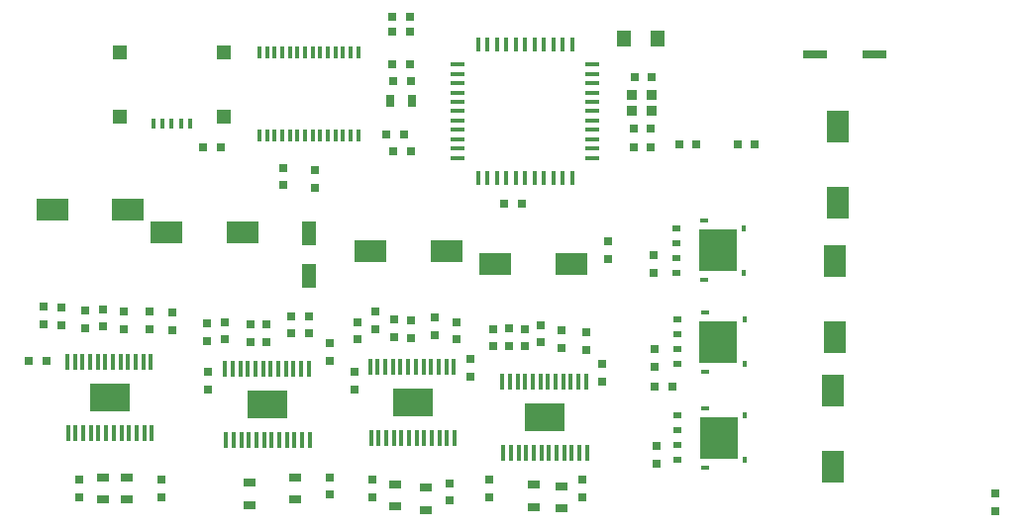
<source format=gbr>
G04 #@! TF.FileFunction,Paste,Top*
%FSLAX46Y46*%
G04 Gerber Fmt 4.6, Leading zero omitted, Abs format (unit mm)*
G04 Created by KiCad (PCBNEW (2015-08-20 BZR 6109)-product) date Wed 02 Sep 2015 09:03:58 PM PDT*
%MOMM*%
G01*
G04 APERTURE LIST*
%ADD10C,0.150000*%
%ADD11R,0.719328X0.800608*%
%ADD12R,0.800608X0.719328*%
%ADD13R,0.711200X1.117600*%
%ADD14R,1.920240X2.800096*%
%ADD15R,2.800096X1.920240*%
%ADD16R,1.278128X1.440688*%
%ADD17R,0.960000X0.880000*%
%ADD18R,1.200912X0.440944*%
%ADD19R,0.440944X1.200912*%
%ADD20R,1.280160X2.080768*%
%ADD21R,1.117600X0.711200*%
%ADD22R,2.032000X0.792480*%
%ADD23R,1.280160X1.280160*%
%ADD24R,0.400304X0.959104*%
%ADD25R,0.380000X0.600000*%
%ADD26R,0.724000X0.396000*%
%ADD27R,0.800000X0.600000*%
%ADD28R,3.244000X3.648000*%
%ADD29R,0.325120X1.016000*%
%ADD30R,0.360000X1.320000*%
%ADD31R,3.456000X2.400000*%
G04 APERTURE END LIST*
D10*
D11*
X140851840Y-73800000D03*
X139348160Y-73800000D03*
D12*
X137200000Y-83351840D03*
X137200000Y-81848160D03*
D11*
X118856760Y-68148200D03*
X120360440Y-68148200D03*
D12*
X104400000Y-88748160D03*
X104400000Y-90251840D03*
X170300000Y-104951840D03*
X170300000Y-103448160D03*
X111600000Y-89751840D03*
X111600000Y-88248160D03*
X122400000Y-88398160D03*
X122400000Y-89901840D03*
X127000000Y-103751840D03*
X127000000Y-102248160D03*
X135300000Y-91151840D03*
X135300000Y-89648160D03*
X128750000Y-89298160D03*
X128750000Y-90801840D03*
X109400000Y-77051840D03*
X109400000Y-75548160D03*
X117250000Y-87848160D03*
X117250000Y-89351840D03*
X90450000Y-87498160D03*
X90450000Y-89001840D03*
X99900000Y-89451840D03*
X99900000Y-87948160D03*
X125400000Y-93451840D03*
X125400000Y-91948160D03*
X95800000Y-87848160D03*
X95800000Y-89351840D03*
X112100000Y-77251840D03*
X112100000Y-75748160D03*
X98000000Y-89351840D03*
X98000000Y-87848160D03*
X124200000Y-90251840D03*
X124200000Y-88748160D03*
X92000000Y-103751840D03*
X92000000Y-102248160D03*
X117000000Y-103751840D03*
X117000000Y-102248160D03*
X136650000Y-92348160D03*
X136650000Y-93851840D03*
X113400000Y-90548160D03*
X113400000Y-92051840D03*
X133200000Y-89448160D03*
X133200000Y-90951840D03*
X110100000Y-88248160D03*
X110100000Y-89751840D03*
D11*
X104051840Y-73800000D03*
X102548160Y-73800000D03*
X129834640Y-78587600D03*
X128330960Y-78587600D03*
D13*
X118529100Y-69850000D03*
X120434100Y-69850000D03*
D11*
X144751840Y-73500000D03*
X143248160Y-73500000D03*
D12*
X141100000Y-83048160D03*
X141100000Y-84551840D03*
D11*
X140851840Y-72200000D03*
X139348160Y-72200000D03*
X139448160Y-67800000D03*
X140951840Y-67800000D03*
D14*
X156400000Y-94648800D03*
X156400000Y-101151200D03*
D15*
X127548800Y-83800000D03*
X134051200Y-83800000D03*
X123351200Y-82700000D03*
X116848800Y-82700000D03*
D14*
X156800000Y-72048800D03*
X156800000Y-78551200D03*
D15*
X99448800Y-81100000D03*
X105951200Y-81100000D03*
D16*
X141419860Y-64500000D03*
X138580140Y-64500000D03*
D17*
X140950000Y-69300000D03*
X139250000Y-69300000D03*
X140950000Y-70700000D03*
X139250000Y-70700000D03*
D18*
X124354520Y-72300200D03*
X124354520Y-73100300D03*
X124354520Y-74700500D03*
X124354520Y-73900400D03*
X124354520Y-69899900D03*
X124354520Y-71500100D03*
X124354520Y-70700000D03*
X124354520Y-68299700D03*
X124354520Y-69099800D03*
X124354520Y-67499600D03*
X124354520Y-66699500D03*
X135840400Y-66699500D03*
X135840400Y-67499600D03*
X135840400Y-69099800D03*
X135840400Y-68299700D03*
X135840400Y-70700000D03*
X135840400Y-71500100D03*
X135840400Y-69899900D03*
X135840400Y-73900400D03*
X135840400Y-74700500D03*
X135840400Y-73100300D03*
X135840400Y-72300200D03*
D19*
X134100500Y-76440400D03*
X133300400Y-76440400D03*
X131700200Y-76440400D03*
X132500300Y-76440400D03*
X130100000Y-76440400D03*
X129299900Y-76440400D03*
X130900100Y-76440400D03*
X126899600Y-76440400D03*
X126099500Y-76440400D03*
X127699700Y-76440400D03*
X128499800Y-76440400D03*
X128499800Y-64959600D03*
X127699700Y-64959600D03*
X126099500Y-64959600D03*
X126899600Y-64959600D03*
X130900100Y-64959600D03*
X129299900Y-64959600D03*
X130100000Y-64959600D03*
X132500300Y-64959600D03*
X131700200Y-64959600D03*
X133300400Y-64959600D03*
X134100500Y-64959600D03*
D20*
X111600000Y-81199140D03*
X111600000Y-84800860D03*
D11*
X149751840Y-73500000D03*
X148248160Y-73500000D03*
D12*
X141200000Y-91048160D03*
X141200000Y-92551840D03*
X141300000Y-99348160D03*
X141300000Y-100851840D03*
D11*
X120360440Y-74142600D03*
X118856760Y-74142600D03*
X120251840Y-66700000D03*
X118748160Y-66700000D03*
X120251840Y-63900000D03*
X118748160Y-63900000D03*
D21*
X110400000Y-102047500D03*
X110400000Y-103952500D03*
X106550000Y-102497500D03*
X106550000Y-104402500D03*
X133200000Y-102795000D03*
X133200000Y-104700000D03*
X130800000Y-102695000D03*
X130800000Y-104600000D03*
D12*
X106600000Y-88948160D03*
X106600000Y-90451840D03*
X131400000Y-88998160D03*
X131400000Y-90501840D03*
D11*
X120251840Y-62600000D03*
X118748160Y-62600000D03*
D12*
X108000000Y-90451840D03*
X108000000Y-88948160D03*
X130100000Y-90851840D03*
X130100000Y-89348160D03*
X135000000Y-102248160D03*
X135000000Y-103751840D03*
X113400000Y-102048160D03*
X113400000Y-103551840D03*
X102900000Y-88848160D03*
X102900000Y-90351840D03*
X103000000Y-93048160D03*
X103000000Y-94551840D03*
X115800000Y-88748160D03*
X115800000Y-90251840D03*
D15*
X96151200Y-79100000D03*
X89648800Y-79100000D03*
D11*
X89151840Y-92100000D03*
X87648160Y-92100000D03*
D12*
X88900000Y-87448160D03*
X88900000Y-88951840D03*
X115500000Y-93048160D03*
X115500000Y-94551840D03*
X99000000Y-102248160D03*
X99000000Y-103751840D03*
X123600000Y-102548160D03*
X123600000Y-104051840D03*
X94000000Y-89151840D03*
X94000000Y-87648160D03*
X120300000Y-90151840D03*
X120300000Y-88648160D03*
X92500000Y-87748160D03*
X92500000Y-89251840D03*
X118900000Y-88548160D03*
X118900000Y-90051840D03*
D21*
X94000000Y-102047500D03*
X94000000Y-103952500D03*
X96000000Y-102047500D03*
X96000000Y-103952500D03*
X119000000Y-102647500D03*
X119000000Y-104552500D03*
X121600000Y-102947500D03*
X121600000Y-104852500D03*
D12*
X127350000Y-89348160D03*
X127350000Y-90851840D03*
D11*
X142651840Y-94250000D03*
X141148160Y-94250000D03*
X119751840Y-72700000D03*
X118248160Y-72700000D03*
D22*
X154860000Y-65800000D03*
X159940000Y-65800000D03*
D23*
X95449920Y-71198800D03*
X95449920Y-65699700D03*
X104350080Y-71198800D03*
D24*
X99099900Y-71800780D03*
X101500200Y-71800780D03*
X100700100Y-71800780D03*
X98299800Y-71800780D03*
X99887300Y-71800780D03*
D23*
X104350080Y-65699700D03*
D14*
X156600000Y-90051200D03*
X156600000Y-83548800D03*
D25*
X148902500Y-96775000D03*
X148902500Y-100585000D03*
D26*
X145487500Y-101207500D03*
X145487500Y-96152500D03*
D25*
X148902500Y-100585000D03*
X148902500Y-96775000D03*
D26*
X145487500Y-101207500D03*
X145487500Y-96152500D03*
D27*
X143145000Y-96775000D03*
X143145000Y-98045000D03*
X143145000Y-99315000D03*
X143145000Y-100585000D03*
D28*
X146637500Y-98680000D03*
D25*
X148862500Y-88545000D03*
X148862500Y-92355000D03*
D26*
X145447500Y-92977500D03*
X145447500Y-87922500D03*
D25*
X148862500Y-92355000D03*
X148862500Y-88545000D03*
D26*
X145447500Y-92977500D03*
X145447500Y-87922500D03*
D27*
X143105000Y-88545000D03*
X143105000Y-89815000D03*
X143105000Y-91085000D03*
X143105000Y-92355000D03*
D28*
X146597500Y-90450000D03*
D25*
X148822500Y-80695000D03*
X148822500Y-84505000D03*
D26*
X145407500Y-85127500D03*
X145407500Y-80072500D03*
D25*
X148822500Y-84505000D03*
X148822500Y-80695000D03*
D26*
X145407500Y-85127500D03*
X145407500Y-80072500D03*
D27*
X143065000Y-80695000D03*
X143065000Y-81965000D03*
X143065000Y-83235000D03*
X143065000Y-84505000D03*
D28*
X146557500Y-82600000D03*
D29*
X115825000Y-65644000D03*
X115175000Y-65644000D03*
X114525000Y-65644000D03*
X113875000Y-65644000D03*
X113225000Y-65644000D03*
X112575000Y-65644000D03*
X111925000Y-65644000D03*
X111275000Y-65644000D03*
X110625000Y-65644000D03*
X109975000Y-65644000D03*
X109325000Y-65644000D03*
X108675000Y-65644000D03*
X108025000Y-65644000D03*
X107375000Y-65644000D03*
X107375000Y-72756000D03*
X108025000Y-72756000D03*
X108675000Y-72756000D03*
X109325000Y-72756000D03*
X109975000Y-72756000D03*
X110625000Y-72756000D03*
X111275000Y-72756000D03*
X111925000Y-72756000D03*
X112575000Y-72756000D03*
X113225000Y-72756000D03*
X113875000Y-72756000D03*
X114525000Y-72756000D03*
X115175000Y-72756000D03*
X115825000Y-72756000D03*
D30*
X116851060Y-92550000D03*
X117498760Y-92550000D03*
X117573760Y-98650000D03*
X116926060Y-98650000D03*
X118226060Y-98650000D03*
X118873760Y-98650000D03*
X119524000Y-98650000D03*
X120175000Y-98650000D03*
X120825000Y-98650000D03*
X121474720Y-98650000D03*
X122124960Y-98650000D03*
X122775200Y-98650000D03*
X123425440Y-98650000D03*
X124075680Y-98650000D03*
X124000680Y-92550000D03*
X123350440Y-92550000D03*
X122700200Y-92550000D03*
X122049960Y-92550000D03*
X121399720Y-92550000D03*
X120749480Y-92550000D03*
X120099240Y-92550000D03*
X119449000Y-92550000D03*
X118798760Y-92550000D03*
X118151060Y-92550000D03*
D31*
X120500000Y-95600000D03*
D30*
X90951060Y-92150000D03*
X91598760Y-92150000D03*
X91673760Y-98250000D03*
X91026060Y-98250000D03*
X92326060Y-98250000D03*
X92973760Y-98250000D03*
X93624000Y-98250000D03*
X94275000Y-98250000D03*
X94925000Y-98250000D03*
X95574720Y-98250000D03*
X96224960Y-98250000D03*
X96875200Y-98250000D03*
X97525440Y-98250000D03*
X98175680Y-98250000D03*
X98100680Y-92150000D03*
X97450440Y-92150000D03*
X96800200Y-92150000D03*
X96149960Y-92150000D03*
X95499720Y-92150000D03*
X94849480Y-92150000D03*
X94199240Y-92150000D03*
X93549000Y-92150000D03*
X92898760Y-92150000D03*
X92251060Y-92150000D03*
D31*
X94600000Y-95200000D03*
D30*
X128151060Y-93850000D03*
X128798760Y-93850000D03*
X128873760Y-99950000D03*
X128226060Y-99950000D03*
X129526060Y-99950000D03*
X130173760Y-99950000D03*
X130824000Y-99950000D03*
X131475000Y-99950000D03*
X132125000Y-99950000D03*
X132774720Y-99950000D03*
X133424960Y-99950000D03*
X134075200Y-99950000D03*
X134725440Y-99950000D03*
X135375680Y-99950000D03*
X135300680Y-93850000D03*
X134650440Y-93850000D03*
X134000200Y-93850000D03*
X133349960Y-93850000D03*
X132699720Y-93850000D03*
X132049480Y-93850000D03*
X131399240Y-93850000D03*
X130749000Y-93850000D03*
X130098760Y-93850000D03*
X129451060Y-93850000D03*
D31*
X131800000Y-96900000D03*
D30*
X104451060Y-92750000D03*
X105098760Y-92750000D03*
X105173760Y-98850000D03*
X104526060Y-98850000D03*
X105826060Y-98850000D03*
X106473760Y-98850000D03*
X107124000Y-98850000D03*
X107775000Y-98850000D03*
X108425000Y-98850000D03*
X109074720Y-98850000D03*
X109724960Y-98850000D03*
X110375200Y-98850000D03*
X111025440Y-98850000D03*
X111675680Y-98850000D03*
X111600680Y-92750000D03*
X110950440Y-92750000D03*
X110300200Y-92750000D03*
X109649960Y-92750000D03*
X108999720Y-92750000D03*
X108349480Y-92750000D03*
X107699240Y-92750000D03*
X107049000Y-92750000D03*
X106398760Y-92750000D03*
X105751060Y-92750000D03*
D31*
X108100000Y-95800000D03*
M02*

</source>
